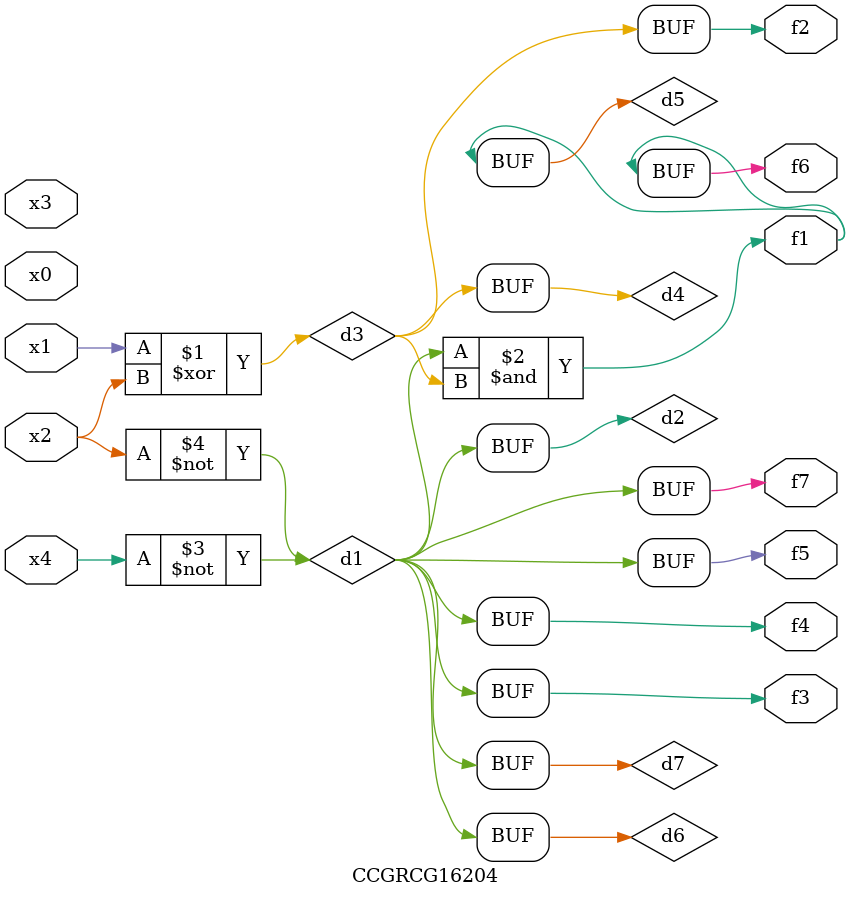
<source format=v>
module CCGRCG16204(
	input x0, x1, x2, x3, x4,
	output f1, f2, f3, f4, f5, f6, f7
);

	wire d1, d2, d3, d4, d5, d6, d7;

	not (d1, x4);
	not (d2, x2);
	xor (d3, x1, x2);
	buf (d4, d3);
	and (d5, d1, d3);
	buf (d6, d1, d2);
	buf (d7, d2);
	assign f1 = d5;
	assign f2 = d4;
	assign f3 = d7;
	assign f4 = d7;
	assign f5 = d7;
	assign f6 = d5;
	assign f7 = d7;
endmodule

</source>
